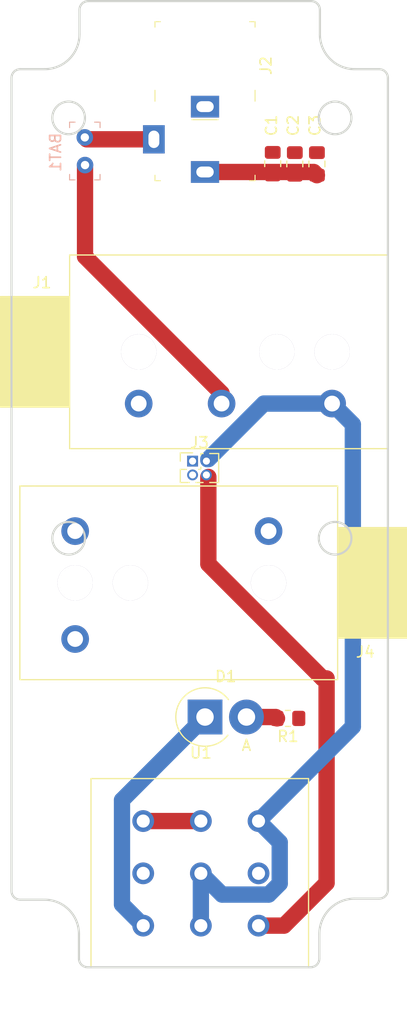
<source format=kicad_pcb>
(kicad_pcb (version 20171130) (host pcbnew 5.1.9)

  (general
    (thickness 1.6)
    (drawings 293)
    (tracks 34)
    (zones 0)
    (modules 11)
    (nets 11)
  )

  (page A4)
  (layers
    (0 F.Cu signal)
    (31 B.Cu signal)
    (32 B.Adhes user)
    (33 F.Adhes user)
    (34 B.Paste user)
    (35 F.Paste user)
    (36 B.SilkS user)
    (37 F.SilkS user)
    (38 B.Mask user)
    (39 F.Mask user)
    (40 Dwgs.User user)
    (41 Cmts.User user)
    (42 Eco1.User user)
    (43 Eco2.User user)
    (44 Edge.Cuts user)
    (45 Margin user)
    (46 B.CrtYd user)
    (47 F.CrtYd user)
    (48 B.Fab user)
    (49 F.Fab user)
  )

  (setup
    (last_trace_width 0.25)
    (user_trace_width 0.75)
    (user_trace_width 1)
    (user_trace_width 1.25)
    (user_trace_width 1.5)
    (trace_clearance 0.2)
    (zone_clearance 0.508)
    (zone_45_only no)
    (trace_min 0.2)
    (via_size 0.8)
    (via_drill 0.4)
    (via_min_size 0.4)
    (via_min_drill 0.3)
    (uvia_size 0.3)
    (uvia_drill 0.1)
    (uvias_allowed no)
    (uvia_min_size 0.2)
    (uvia_min_drill 0.1)
    (edge_width 0.05)
    (segment_width 0.2)
    (pcb_text_width 0.3)
    (pcb_text_size 1.5 1.5)
    (mod_edge_width 0.12)
    (mod_text_size 1 1)
    (mod_text_width 0.15)
    (pad_size 1.524 1.524)
    (pad_drill 0.762)
    (pad_to_mask_clearance 0)
    (aux_axis_origin 0 0)
    (grid_origin 145.3 106.19)
    (visible_elements FFFFFF7F)
    (pcbplotparams
      (layerselection 0x010fc_ffffffff)
      (usegerberextensions false)
      (usegerberattributes true)
      (usegerberadvancedattributes true)
      (creategerberjobfile true)
      (excludeedgelayer true)
      (linewidth 0.100000)
      (plotframeref false)
      (viasonmask false)
      (mode 1)
      (useauxorigin false)
      (hpglpennumber 1)
      (hpglpenspeed 20)
      (hpglpendiameter 15.000000)
      (psnegative false)
      (psa4output false)
      (plotreference true)
      (plotvalue true)
      (plotinvisibletext false)
      (padsonsilk false)
      (subtractmaskfromsilk false)
      (outputformat 1)
      (mirror false)
      (drillshape 1)
      (scaleselection 1)
      (outputdirectory ""))
  )

  (net 0 "")
  (net 1 GND)
  (net 2 +9V)
  (net 3 "Net-(D1-Pad2)")
  (net 4 "Net-(D1-Pad1)")
  (net 5 /SIG_IN)
  (net 6 "Net-(U1-Pad3)")
  (net 7 "Net-(BAT1-PadPOS)")
  (net 8 "Net-(BAT1-PadNEG)")
  (net 9 /EFFECT_OUT)
  (net 10 /SIG_OUT)

  (net_class Default "This is the default net class."
    (clearance 0.2)
    (trace_width 0.25)
    (via_dia 0.8)
    (via_drill 0.4)
    (uvia_dia 0.3)
    (uvia_drill 0.1)
    (add_net +9V)
    (add_net /EFFECT_OUT)
    (add_net /SIG_IN)
    (add_net /SIG_OUT)
    (add_net GND)
    (add_net "Net-(BAT1-PadNEG)")
    (add_net "Net-(BAT1-PadPOS)")
    (add_net "Net-(D1-Pad1)")
    (add_net "Net-(D1-Pad2)")
    (add_net "Net-(U1-Pad3)")
  )

  (module screaming-panda:Barrel_Jack_5.5mmODx2.1mmID_PJ-102A (layer F.Cu) (tedit 600CBCC0) (tstamp 600FC627)
    (at 100.489 68.34)
    (path /6004D058)
    (fp_text reference J2 (at 5.601 -6.77 90) (layer F.SilkS)
      (effects (font (size 1 1) (thickness 0.15)))
    )
    (fp_text value PJ-102A (at 0 5.8) (layer F.Fab)
      (effects (font (size 1 1) (thickness 0.15)))
    )
    (fp_line (start -4.5 3.7) (end 4.5 3.7) (layer F.Fab) (width 0.1))
    (fp_line (start -4.5 3.7) (end -4.5 -10.7) (layer F.Fab) (width 0.1))
    (fp_line (start 4.5 3.7) (end 4.5 -10.7) (layer F.Fab) (width 0.1))
    (fp_line (start -4.5 -10.7) (end 4.5 -10.7) (layer F.Fab) (width 0.1))
    (fp_line (start 4.6 3.8) (end 4.1 3.8) (layer F.SilkS) (width 0.1))
    (fp_line (start 4.6 3.8) (end 4.6 3.3) (layer F.SilkS) (width 0.1))
    (fp_line (start -4.6 3.8) (end -4.1 3.8) (layer F.SilkS) (width 0.1))
    (fp_line (start -4.6 3.8) (end -4.6 3.3) (layer F.SilkS) (width 0.1))
    (fp_line (start -1.2 -1.8) (end 1.2 -1.8) (layer F.SilkS) (width 0.1))
    (fp_line (start -4.6 -10.8) (end -4.6 -10.3) (layer F.SilkS) (width 0.1))
    (fp_line (start -4.6 -10.8) (end -4.1 -10.8) (layer F.SilkS) (width 0.1))
    (fp_line (start 4.6 -10.8) (end 4.1 -10.8) (layer F.SilkS) (width 0.1))
    (fp_line (start 4.6 -10.8) (end 4.6 -10.3) (layer F.SilkS) (width 0.1))
    (fp_line (start -4.6 -3.5) (end -4.6 -4.5) (layer F.SilkS) (width 0.1))
    (fp_line (start 4.6 -3.5) (end 4.6 -4.5) (layer F.SilkS) (width 0.1))
    (fp_line (start -5.9 -10.95) (end 4.8 -10.95) (layer F.CrtYd) (width 0.05))
    (fp_line (start -5.9 -10.95) (end -5.9 4.25) (layer F.CrtYd) (width 0.05))
    (fp_line (start 4.8 -10.95) (end 4.8 4.25) (layer F.CrtYd) (width 0.05))
    (fp_line (start -5.9 4.25) (end 4.8 4.25) (layer F.CrtYd) (width 0.05))
    (pad 2 thru_hole rect (at 0 -3) (size 2.6 2) (drill oval 1.6 1) (layers *.Cu *.Mask)
      (net 2 +9V))
    (pad 1 thru_hole rect (at 0 3) (size 2.6 2) (drill oval 1.6 1) (layers *.Cu *.Mask)
      (net 1 GND))
    (pad 3 thru_hole rect (at -4.7 0) (size 2 2.6) (drill oval 1 1.6) (layers *.Cu *.Mask)
      (net 7 "Net-(BAT1-PadPOS)"))
    (model /home/john/dox/cad/screaming-panda/mcad/step_imports/CUI_DEVICES_PJ-102A.step
      (offset (xyz -0.15 10.75 6))
      (scale (xyz 1 1 1))
      (rotate (xyz -90 0 -90))
    )
  )

  (module DigiKey:PinHeader_1x2_P2.54mm (layer B.Cu) (tedit 600C4BCC) (tstamp 600FC672)
    (at 89.44 68.165 270)
    (path /6004EA9B)
    (fp_text reference BAT1 (at 1.37 2.69 90) (layer B.SilkS)
      (effects (font (size 1 1) (thickness 0.15)) (justify mirror))
    )
    (fp_text value BC9VPC (at 1.26 -2.84 90) (layer B.Fab)
      (effects (font (size 1 1) (thickness 0.15)) (justify mirror))
    )
    (fp_line (start 4.06 -1.52) (end -1.52 -1.52) (layer B.CrtYd) (width 0.05))
    (fp_line (start -1.52 1.52) (end -1.52 -1.52) (layer B.CrtYd) (width 0.05))
    (fp_line (start 4.06 1.52) (end 4.06 -1.52) (layer B.CrtYd) (width 0.05))
    (fp_line (start 4.06 1.52) (end -1.52 1.52) (layer B.CrtYd) (width 0.05))
    (fp_line (start 3.9 -1.4) (end 3.9 -0.9) (layer B.SilkS) (width 0.1))
    (fp_line (start 3.9 -1.4) (end 3.4 -1.4) (layer B.SilkS) (width 0.1))
    (fp_line (start -1.4 -1.4) (end -1.4 -0.9) (layer B.SilkS) (width 0.1))
    (fp_line (start -1.4 -1.4) (end -0.9 -1.4) (layer B.SilkS) (width 0.1))
    (fp_line (start -1.4 1.4) (end -1.4 0.9) (layer B.SilkS) (width 0.1))
    (fp_line (start -1.4 1.4) (end -0.9 1.4) (layer B.SilkS) (width 0.1))
    (fp_line (start 3.9 1.4) (end 3.9 0.9) (layer B.SilkS) (width 0.1))
    (fp_line (start 3.9 1.4) (end 3.4 1.4) (layer B.SilkS) (width 0.1))
    (fp_line (start -1.27 -1.27) (end 3.81 -1.27) (layer B.Fab) (width 0.1))
    (fp_line (start 3.81 -1.27) (end 3.81 1.27) (layer B.Fab) (width 0.1))
    (fp_line (start -1.27 1.27) (end 3.81 1.27) (layer B.Fab) (width 0.1))
    (fp_line (start -1.27 -1.27) (end -1.27 1.27) (layer B.Fab) (width 0.1))
    (fp_text user %R (at 1.2 0 90) (layer B.Fab)
      (effects (font (size 1 1) (thickness 0.15)) (justify mirror))
    )
    (pad NEG thru_hole circle (at 2.54 -0.02 270) (size 1.524 1.524) (drill 0.762) (layers *.Cu *.Mask)
      (net 8 "Net-(BAT1-PadNEG)"))
    (pad POS thru_hole circle (at 0 0 270) (size 1.524 1.524) (drill 0.762) (layers *.Cu *.Mask)
      (net 7 "Net-(BAT1-PadPOS)"))
  )

  (module screaming-panda:SW_PUSH_E-Switch_FS57003PLT_3PDT (layer F.Cu) (tedit 600A5989) (tstamp 600FC6ED)
    (at 100.108 135.729)
    (path /60050042)
    (fp_text reference U1 (at 0 -11.049) (layer F.SilkS)
      (effects (font (size 1 1) (thickness 0.15)))
    )
    (fp_text value FS57003PLT2B2M2QE (at 0.5 13) (layer F.Fab)
      (effects (font (size 1 1) (thickness 0.15)))
    )
    (fp_line (start 9.9 -8.7) (end -10.1 -8.7) (layer F.SilkS) (width 0.12))
    (fp_line (start -10.1 -8.7) (end -10.1 8.6) (layer F.SilkS) (width 0.12))
    (fp_line (start 9.9 8.6) (end 9.9 -8.7) (layer F.SilkS) (width 0.12))
    (fp_line (start 9.9 8.6) (end -10.1 8.6) (layer F.SilkS) (width 0.12))
    (pad 7 thru_hole circle (at 5.3 4.8) (size 2 2) (drill 1.2) (layers *.Cu *.Mask)
      (net 9 /EFFECT_OUT))
    (pad 9 thru_hole circle (at 5.3 -4.8) (size 2 2) (drill 1.2) (layers *.Cu *.Mask)
      (net 5 /SIG_IN))
    (pad 8 thru_hole circle (at 5.3 0) (size 2 2) (drill 1.2) (layers *.Cu *.Mask)
      (net 10 /SIG_OUT))
    (pad 1 thru_hole circle (at -5.3 4.8) (size 2 2) (drill 1.2) (layers *.Cu *.Mask)
      (net 4 "Net-(D1-Pad1)"))
    (pad 3 thru_hole circle (at -5.3 -4.8) (size 2 2) (drill 1.2) (layers *.Cu *.Mask)
      (net 6 "Net-(U1-Pad3)"))
    (pad 2 thru_hole circle (at -5.3 0) (size 2 2) (drill 1.2) (layers *.Cu *.Mask)
      (net 1 GND))
    (pad 4 thru_hole circle (at 0 4.8006) (size 2 2) (drill 1.1938) (layers *.Cu *.Mask)
      (net 5 /SIG_IN))
    (pad 5 thru_hole circle (at 0 0) (size 2 2) (drill 1.1938) (layers *.Cu *.Mask)
      (net 5 /SIG_IN))
    (pad 6 thru_hole circle (at 0 -4.8006) (size 2 2) (drill 1.2) (layers *.Cu *.Mask)
      (net 6 "Net-(U1-Pad3)"))
    (model /home/john/dox/cad/screaming-panda/mcad/step_imports/FS57003PLT2B2M2QE.step
      (at (xyz 0 0 0))
      (scale (xyz 1 1 1))
      (rotate (xyz 0 0 0))
    )
  )

  (module Resistor_SMD:R_0805_2012Metric_Pad1.20x1.40mm_HandSolder (layer F.Cu) (tedit 5F68FEEE) (tstamp 600FC789)
    (at 108.109 121.505 180)
    (descr "Resistor SMD 0805 (2012 Metric), square (rectangular) end terminal, IPC_7351 nominal with elongated pad for handsoldering. (Body size source: IPC-SM-782 page 72, https://www.pcb-3d.com/wordpress/wp-content/uploads/ipc-sm-782a_amendment_1_and_2.pdf), generated with kicad-footprint-generator")
    (tags "resistor handsolder")
    (path /60060421)
    (attr smd)
    (fp_text reference R1 (at 0 -1.65) (layer F.SilkS)
      (effects (font (size 1 1) (thickness 0.15)))
    )
    (fp_text value 1k (at 0 1.65) (layer F.Fab)
      (effects (font (size 1 1) (thickness 0.15)))
    )
    (fp_line (start 1.85 0.95) (end -1.85 0.95) (layer F.CrtYd) (width 0.05))
    (fp_line (start 1.85 -0.95) (end 1.85 0.95) (layer F.CrtYd) (width 0.05))
    (fp_line (start -1.85 -0.95) (end 1.85 -0.95) (layer F.CrtYd) (width 0.05))
    (fp_line (start -1.85 0.95) (end -1.85 -0.95) (layer F.CrtYd) (width 0.05))
    (fp_line (start -0.227064 0.735) (end 0.227064 0.735) (layer F.SilkS) (width 0.12))
    (fp_line (start -0.227064 -0.735) (end 0.227064 -0.735) (layer F.SilkS) (width 0.12))
    (fp_line (start 1 0.625) (end -1 0.625) (layer F.Fab) (width 0.1))
    (fp_line (start 1 -0.625) (end 1 0.625) (layer F.Fab) (width 0.1))
    (fp_line (start -1 -0.625) (end 1 -0.625) (layer F.Fab) (width 0.1))
    (fp_line (start -1 0.625) (end -1 -0.625) (layer F.Fab) (width 0.1))
    (fp_text user %R (at 0 0) (layer F.Fab)
      (effects (font (size 0.5 0.5) (thickness 0.08)))
    )
    (pad 1 smd roundrect (at -1 0 180) (size 1.2 1.4) (layers F.Cu F.Paste F.Mask) (roundrect_rratio 0.208333)
      (net 2 +9V))
    (pad 2 smd roundrect (at 1 0 180) (size 1.2 1.4) (layers F.Cu F.Paste F.Mask) (roundrect_rratio 0.208333)
      (net 3 "Net-(D1-Pad2)"))
    (model ${KISYS3DMOD}/Resistor_SMD.3dshapes/R_0805_2012Metric.wrl
      (at (xyz 0 0 0))
      (scale (xyz 1 1 1))
      (rotate (xyz 0 0 0))
    )
  )

  (module screaming-panda:Switchcraft_SN37A12A (layer F.Cu) (tedit 600A4FE5) (tstamp 600FC7BB)
    (at 106.331 109.059)
    (descr "1/4\" Audio Jack")
    (path /600C0EC5)
    (fp_text reference J4 (at 8.89 6.35) (layer F.SilkS)
      (effects (font (size 1 1) (thickness 0.15)))
    )
    (fp_text value SN37A12A (at -2.54 7.62) (layer F.Fab)
      (effects (font (size 1 1) (thickness 0.15)))
    )
    (fp_poly (pts (xy 12.7 5.08) (xy 6.35 5.08) (xy 6.35 -5.08) (xy 12.7 -5.08)) (layer F.SilkS) (width 0.1))
    (fp_line (start -22.86 -8.89) (end -22.86 -7.62) (layer F.SilkS) (width 0.12))
    (fp_line (start 6.35 -8.89) (end 6.35 -7.62) (layer F.SilkS) (width 0.12))
    (fp_line (start -22.86 8.89) (end -21.59 8.89) (layer F.SilkS) (width 0.12))
    (fp_line (start -22.86 -7.62) (end -22.86 8.89) (layer F.SilkS) (width 0.12))
    (fp_line (start -21.59 -8.89) (end -22.86 -8.89) (layer F.SilkS) (width 0.12))
    (fp_line (start -21.59 8.89) (end 6.35 8.89) (layer F.SilkS) (width 0.12))
    (fp_line (start 6.35 -8.89) (end -21.59 -8.89) (layer F.SilkS) (width 0.12))
    (fp_line (start 6.35 -7.62) (end 6.35 8.89) (layer F.SilkS) (width 0.12))
    (pad "" thru_hole circle (at 0 0) (size 3.2512 3.2512) (drill 3.2512) (layers *.Cu *.Mask))
    (pad "" thru_hole circle (at -12.7 0) (size 3.2512 3.2512) (drill 3.2512) (layers *.Cu *.Mask))
    (pad "" thru_hole circle (at -17.78 0) (size 3.2512 3.2512) (drill 3.2512) (layers *.Cu *.Mask))
    (pad S thru_hole circle (at 0 -4.7498) (size 2.54 2.54) (drill 1.4478) (layers *.Cu *.Mask)
      (net 1 GND))
    (pad T thru_hole circle (at -17.78 -4.7498) (size 2.54 2.54) (drill 1.4478) (layers *.Cu *.Mask)
      (net 10 /SIG_OUT))
    (pad TB thru_hole circle (at -17.78 5.1562) (size 2.54 2.54) (drill 1.4478) (layers *.Cu *.Mask)
      (net 1 GND))
    (model /home/john/dox/cad/screaming-panda/mcad/step_imports/SN37A12A_FreeState.step
      (offset (xyz 5.2832 0 8.890000000000001))
      (scale (xyz 1 1 1))
      (rotate (xyz -90 0 0))
    )
  )

  (module Connector_PinHeader_1.27mm:PinHeader_2x02_P1.27mm_Vertical (layer F.Cu) (tedit 59FED6E3) (tstamp 600FC7FD)
    (at 99.346 97.883)
    (descr "Through hole straight pin header, 2x02, 1.27mm pitch, double rows")
    (tags "Through hole pin header THT 2x02 1.27mm double row")
    (path /6005B68B)
    (fp_text reference J3 (at 0.635 -1.695) (layer F.SilkS)
      (effects (font (size 1 1) (thickness 0.15)))
    )
    (fp_text value toEffectsBoard (at -7.493 -0.381) (layer F.Fab)
      (effects (font (size 1 1) (thickness 0.15)))
    )
    (fp_line (start 2.85 -1.15) (end -1.6 -1.15) (layer F.CrtYd) (width 0.05))
    (fp_line (start 2.85 2.45) (end 2.85 -1.15) (layer F.CrtYd) (width 0.05))
    (fp_line (start -1.6 2.45) (end 2.85 2.45) (layer F.CrtYd) (width 0.05))
    (fp_line (start -1.6 -1.15) (end -1.6 2.45) (layer F.CrtYd) (width 0.05))
    (fp_line (start -1.13 -0.76) (end 0 -0.76) (layer F.SilkS) (width 0.12))
    (fp_line (start -1.13 0) (end -1.13 -0.76) (layer F.SilkS) (width 0.12))
    (fp_line (start 1.57753 -0.695) (end 2.4 -0.695) (layer F.SilkS) (width 0.12))
    (fp_line (start 0.76 -0.695) (end 0.96247 -0.695) (layer F.SilkS) (width 0.12))
    (fp_line (start 0.76 -0.563471) (end 0.76 -0.695) (layer F.SilkS) (width 0.12))
    (fp_line (start 0.76 0.706529) (end 0.76 0.563471) (layer F.SilkS) (width 0.12))
    (fp_line (start 0.563471 0.76) (end 0.706529 0.76) (layer F.SilkS) (width 0.12))
    (fp_line (start -1.13 0.76) (end -0.563471 0.76) (layer F.SilkS) (width 0.12))
    (fp_line (start 2.4 -0.695) (end 2.4 1.965) (layer F.SilkS) (width 0.12))
    (fp_line (start -1.13 0.76) (end -1.13 1.965) (layer F.SilkS) (width 0.12))
    (fp_line (start 0.30753 1.965) (end 0.96247 1.965) (layer F.SilkS) (width 0.12))
    (fp_line (start 1.57753 1.965) (end 2.4 1.965) (layer F.SilkS) (width 0.12))
    (fp_line (start -1.13 1.965) (end -0.30753 1.965) (layer F.SilkS) (width 0.12))
    (fp_line (start -1.07 0.2175) (end -0.2175 -0.635) (layer F.Fab) (width 0.1))
    (fp_line (start -1.07 1.905) (end -1.07 0.2175) (layer F.Fab) (width 0.1))
    (fp_line (start 2.34 1.905) (end -1.07 1.905) (layer F.Fab) (width 0.1))
    (fp_line (start 2.34 -0.635) (end 2.34 1.905) (layer F.Fab) (width 0.1))
    (fp_line (start -0.2175 -0.635) (end 2.34 -0.635) (layer F.Fab) (width 0.1))
    (fp_text user %R (at 0.635 0.635 90) (layer F.Fab)
      (effects (font (size 1 1) (thickness 0.15)))
    )
    (pad 1 thru_hole rect (at 0 0) (size 1 1) (drill 0.65) (layers *.Cu *.Mask)
      (net 2 +9V))
    (pad 2 thru_hole oval (at 1.27 0) (size 1 1) (drill 0.65) (layers *.Cu *.Mask)
      (net 5 /SIG_IN))
    (pad 3 thru_hole oval (at 0 1.27) (size 1 1) (drill 0.65) (layers *.Cu *.Mask)
      (net 1 GND))
    (pad 4 thru_hole oval (at 1.27 1.27) (size 1 1) (drill 0.65) (layers *.Cu *.Mask)
      (net 9 /EFFECT_OUT))
    (model ${KISYS3DMOD}/Connector_PinHeader_1.27mm.3dshapes/PinHeader_2x02_P1.27mm_Vertical.wrl
      (at (xyz 0 0 0))
      (scale (xyz 1 1 1))
      (rotate (xyz 0 0 0))
    )
  )

  (module screaming-panda:Switchcraft_SN37A12B (layer F.Cu) (tedit 600A5C40) (tstamp 600FC47D)
    (at 94.393 87.85 180)
    (descr "1/4\" Audio Jack")
    (path /600A9C33)
    (fp_text reference J1 (at 8.89 6.35 180) (layer F.SilkS)
      (effects (font (size 1 1) (thickness 0.15)))
    )
    (fp_text value SN37A12B (at -2.54 7.62) (layer F.Fab)
      (effects (font (size 1 1) (thickness 0.15)))
    )
    (fp_poly (pts (xy 12.7 5.08) (xy 6.35 5.08) (xy 6.35 -5.08) (xy 12.7 -5.08)) (layer F.SilkS) (width 0.1))
    (fp_line (start -22.86 -8.89) (end -22.86 -7.62) (layer F.SilkS) (width 0.12))
    (fp_line (start 6.35 -8.89) (end 6.35 -7.62) (layer F.SilkS) (width 0.12))
    (fp_line (start -22.86 8.89) (end -21.59 8.89) (layer F.SilkS) (width 0.12))
    (fp_line (start -22.86 -7.62) (end -22.86 8.89) (layer F.SilkS) (width 0.12))
    (fp_line (start -21.59 -8.89) (end -22.86 -8.89) (layer F.SilkS) (width 0.12))
    (fp_line (start -21.59 8.89) (end 6.35 8.89) (layer F.SilkS) (width 0.12))
    (fp_line (start 6.35 -8.89) (end -21.59 -8.89) (layer F.SilkS) (width 0.12))
    (fp_line (start 6.35 -7.62) (end 6.35 8.89) (layer F.SilkS) (width 0.12))
    (pad "" thru_hole circle (at 0 0 180) (size 3.2512 3.2512) (drill 3.2512) (layers *.Cu *.Mask))
    (pad "" thru_hole circle (at -12.7 0 180) (size 3.2512 3.2512) (drill 3.2512) (layers *.Cu *.Mask))
    (pad "" thru_hole circle (at -17.78 0 180) (size 3.2512 3.2512) (drill 3.2512) (layers *.Cu *.Mask))
    (pad S thru_hole circle (at 0 -4.7498 180) (size 2.54 2.54) (drill 1.4478) (layers *.Cu *.Mask)
      (net 1 GND))
    (pad T thru_hole circle (at -17.78 -4.7498 180) (size 2.54 2.54) (drill 1.4478) (layers *.Cu *.Mask)
      (net 5 /SIG_IN))
    (pad R thru_hole circle (at -7.62 -4.7498 180) (size 2.54 2.54) (drill 1.4478) (layers *.Cu *.Mask)
      (net 8 "Net-(BAT1-PadNEG)"))
    (model /home/john/dox/cad/screaming-panda/mcad/step_imports/SN37A12B_FreeState.step
      (offset (xyz 5.2832 0 8.890000000000001))
      (scale (xyz 1 1 1))
      (rotate (xyz -90 0 0))
    )
  )

  (module Diode_THT:D_DO-201AD_P3.81mm_Vertical_AnodeUp (layer F.Cu) (tedit 5B526DD5) (tstamp 600FC74F)
    (at 100.489 121.378)
    (descr "Diode, DO-201AD series, Axial, Vertical, pin pitch=3.81mm, , length*diameter=9.5*5.2mm^2, , http://www.diodes.com/_files/packages/DO-201AD.pdf")
    (tags "Diode DO-201AD series Axial Vertical pin pitch 3.81mm  length 9.5mm diameter 5.2mm")
    (path /6005DA24)
    (fp_text reference D1 (at 1.905 -3.72) (layer F.SilkS)
      (effects (font (size 1 1) (thickness 0.15)))
    )
    (fp_text value LED (at 1.905 5.0535) (layer F.Fab)
      (effects (font (size 1 1) (thickness 0.15)))
    )
    (fp_circle (center 0 0) (end 2.6 0) (layer F.Fab) (width 0.1))
    (fp_line (start 0 0) (end 3.81 0) (layer F.Fab) (width 0.1))
    (fp_line (start -2.85 -2.85) (end -2.85 2.85) (layer F.CrtYd) (width 0.05))
    (fp_line (start -2.85 2.85) (end 5.66 2.85) (layer F.CrtYd) (width 0.05))
    (fp_line (start 5.66 2.85) (end 5.66 -2.85) (layer F.CrtYd) (width 0.05))
    (fp_line (start 5.66 -2.85) (end -2.85 -2.85) (layer F.CrtYd) (width 0.05))
    (fp_text user A (at 3.81 2.6) (layer F.SilkS)
      (effects (font (size 1 1) (thickness 0.15)))
    )
    (fp_text user A (at 3.81 2.6) (layer F.Fab)
      (effects (font (size 1 1) (thickness 0.15)))
    )
    (fp_text user %R (at 1.905 -3.72) (layer F.Fab)
      (effects (font (size 1 1) (thickness 0.15)))
    )
    (fp_arc (start 0 0) (end 2.154716 -1.6) (angle -284.776236) (layer F.SilkS) (width 0.12))
    (pad 2 thru_hole oval (at 3.81 0) (size 3.2 3.2) (drill 1.6) (layers *.Cu *.Mask)
      (net 3 "Net-(D1-Pad2)"))
    (pad 1 thru_hole rect (at 0 0) (size 3.2 3.2) (drill 1.6) (layers *.Cu *.Mask)
      (net 4 "Net-(D1-Pad1)"))
    (model ${KISYS3DMOD}/Diode_THT.3dshapes/D_DO-201AD_P3.81mm_Vertical_AnodeUp.wrl
      (at (xyz 0 0 0))
      (scale (xyz 1 1 1))
      (rotate (xyz 0 0 0))
    )
  )

  (module Capacitor_SMD:C_0805_2012Metric_Pad1.18x1.45mm_HandSolder (layer F.Cu) (tedit 5F68FEEF) (tstamp 600FC6B1)
    (at 110.776 70.5995 270)
    (descr "Capacitor SMD 0805 (2012 Metric), square (rectangular) end terminal, IPC_7351 nominal with elongated pad for handsoldering. (Body size source: IPC-SM-782 page 76, https://www.pcb-3d.com/wordpress/wp-content/uploads/ipc-sm-782a_amendment_1_and_2.pdf, https://docs.google.com/spreadsheets/d/1BsfQQcO9C6DZCsRaXUlFlo91Tg2WpOkGARC1WS5S8t0/edit?usp=sharing), generated with kicad-footprint-generator")
    (tags "capacitor handsolder")
    (path /6007DEEA)
    (attr smd)
    (fp_text reference C3 (at -3.5295 0.186 270) (layer F.SilkS)
      (effects (font (size 1 1) (thickness 0.15)))
    )
    (fp_text value 10n (at 0 1.68 90) (layer F.Fab)
      (effects (font (size 1 1) (thickness 0.15)))
    )
    (fp_line (start -1 0.625) (end -1 -0.625) (layer F.Fab) (width 0.1))
    (fp_line (start -1 -0.625) (end 1 -0.625) (layer F.Fab) (width 0.1))
    (fp_line (start 1 -0.625) (end 1 0.625) (layer F.Fab) (width 0.1))
    (fp_line (start 1 0.625) (end -1 0.625) (layer F.Fab) (width 0.1))
    (fp_line (start -0.261252 -0.735) (end 0.261252 -0.735) (layer F.SilkS) (width 0.12))
    (fp_line (start -0.261252 0.735) (end 0.261252 0.735) (layer F.SilkS) (width 0.12))
    (fp_line (start -1.88 0.98) (end -1.88 -0.98) (layer F.CrtYd) (width 0.05))
    (fp_line (start -1.88 -0.98) (end 1.88 -0.98) (layer F.CrtYd) (width 0.05))
    (fp_line (start 1.88 -0.98) (end 1.88 0.98) (layer F.CrtYd) (width 0.05))
    (fp_line (start 1.88 0.98) (end -1.88 0.98) (layer F.CrtYd) (width 0.05))
    (fp_text user %R (at 0 0 90) (layer F.Fab)
      (effects (font (size 0.5 0.5) (thickness 0.08)))
    )
    (pad 2 smd roundrect (at 1.0375 0 270) (size 1.175 1.45) (layers F.Cu F.Paste F.Mask) (roundrect_rratio 0.212766)
      (net 1 GND))
    (pad 1 smd roundrect (at -1.0375 0 270) (size 1.175 1.45) (layers F.Cu F.Paste F.Mask) (roundrect_rratio 0.212766)
      (net 2 +9V))
    (model ${KISYS3DMOD}/Capacitor_SMD.3dshapes/C_0805_2012Metric.wrl
      (at (xyz 0 0 0))
      (scale (xyz 1 1 1))
      (rotate (xyz 0 0 0))
    )
  )

  (module Capacitor_SMD:C_0805_2012Metric_Pad1.18x1.45mm_HandSolder (layer F.Cu) (tedit 5F68FEEF) (tstamp 600FC5BE)
    (at 108.744 70.5995 270)
    (descr "Capacitor SMD 0805 (2012 Metric), square (rectangular) end terminal, IPC_7351 nominal with elongated pad for handsoldering. (Body size source: IPC-SM-782 page 76, https://www.pcb-3d.com/wordpress/wp-content/uploads/ipc-sm-782a_amendment_1_and_2.pdf, https://docs.google.com/spreadsheets/d/1BsfQQcO9C6DZCsRaXUlFlo91Tg2WpOkGARC1WS5S8t0/edit?usp=sharing), generated with kicad-footprint-generator")
    (tags "capacitor handsolder")
    (path /6007D7B6)
    (attr smd)
    (fp_text reference C2 (at -3.5295 0.154 90) (layer F.SilkS)
      (effects (font (size 1 1) (thickness 0.15)))
    )
    (fp_text value 1u (at 0 1.68 90) (layer F.Fab)
      (effects (font (size 1 1) (thickness 0.15)))
    )
    (fp_line (start -1 0.625) (end -1 -0.625) (layer F.Fab) (width 0.1))
    (fp_line (start -1 -0.625) (end 1 -0.625) (layer F.Fab) (width 0.1))
    (fp_line (start 1 -0.625) (end 1 0.625) (layer F.Fab) (width 0.1))
    (fp_line (start 1 0.625) (end -1 0.625) (layer F.Fab) (width 0.1))
    (fp_line (start -0.261252 -0.735) (end 0.261252 -0.735) (layer F.SilkS) (width 0.12))
    (fp_line (start -0.261252 0.735) (end 0.261252 0.735) (layer F.SilkS) (width 0.12))
    (fp_line (start -1.88 0.98) (end -1.88 -0.98) (layer F.CrtYd) (width 0.05))
    (fp_line (start -1.88 -0.98) (end 1.88 -0.98) (layer F.CrtYd) (width 0.05))
    (fp_line (start 1.88 -0.98) (end 1.88 0.98) (layer F.CrtYd) (width 0.05))
    (fp_line (start 1.88 0.98) (end -1.88 0.98) (layer F.CrtYd) (width 0.05))
    (fp_text user %R (at 0 0 90) (layer F.Fab)
      (effects (font (size 0.5 0.5) (thickness 0.08)))
    )
    (pad 2 smd roundrect (at 1.0375 0 270) (size 1.175 1.45) (layers F.Cu F.Paste F.Mask) (roundrect_rratio 0.212766)
      (net 1 GND))
    (pad 1 smd roundrect (at -1.0375 0 270) (size 1.175 1.45) (layers F.Cu F.Paste F.Mask) (roundrect_rratio 0.212766)
      (net 2 +9V))
    (model ${KISYS3DMOD}/Capacitor_SMD.3dshapes/C_0805_2012Metric.wrl
      (at (xyz 0 0 0))
      (scale (xyz 1 1 1))
      (rotate (xyz 0 0 0))
    )
  )

  (module Capacitor_SMD:C_0805_2012Metric_Pad1.18x1.45mm_HandSolder (layer F.Cu) (tedit 5F68FEEF) (tstamp 600FC720)
    (at 106.712 70.578 270)
    (descr "Capacitor SMD 0805 (2012 Metric), square (rectangular) end terminal, IPC_7351 nominal with elongated pad for handsoldering. (Body size source: IPC-SM-782 page 76, https://www.pcb-3d.com/wordpress/wp-content/uploads/ipc-sm-782a_amendment_1_and_2.pdf, https://docs.google.com/spreadsheets/d/1BsfQQcO9C6DZCsRaXUlFlo91Tg2WpOkGARC1WS5S8t0/edit?usp=sharing), generated with kicad-footprint-generator")
    (tags "capacitor handsolder")
    (path /6007C41E)
    (attr smd)
    (fp_text reference C1 (at -3.508 0.122 90) (layer F.SilkS)
      (effects (font (size 1 1) (thickness 0.15)))
    )
    (fp_text value 100u (at 0 1.68 90) (layer F.Fab)
      (effects (font (size 1 1) (thickness 0.15)))
    )
    (fp_line (start -1 0.625) (end -1 -0.625) (layer F.Fab) (width 0.1))
    (fp_line (start -1 -0.625) (end 1 -0.625) (layer F.Fab) (width 0.1))
    (fp_line (start 1 -0.625) (end 1 0.625) (layer F.Fab) (width 0.1))
    (fp_line (start 1 0.625) (end -1 0.625) (layer F.Fab) (width 0.1))
    (fp_line (start -0.261252 -0.735) (end 0.261252 -0.735) (layer F.SilkS) (width 0.12))
    (fp_line (start -0.261252 0.735) (end 0.261252 0.735) (layer F.SilkS) (width 0.12))
    (fp_line (start -1.88 0.98) (end -1.88 -0.98) (layer F.CrtYd) (width 0.05))
    (fp_line (start -1.88 -0.98) (end 1.88 -0.98) (layer F.CrtYd) (width 0.05))
    (fp_line (start 1.88 -0.98) (end 1.88 0.98) (layer F.CrtYd) (width 0.05))
    (fp_line (start 1.88 0.98) (end -1.88 0.98) (layer F.CrtYd) (width 0.05))
    (fp_text user %R (at 0 0 90) (layer F.Fab)
      (effects (font (size 0.5 0.5) (thickness 0.08)))
    )
    (pad 2 smd roundrect (at 1.0375 0 270) (size 1.175 1.45) (layers F.Cu F.Paste F.Mask) (roundrect_rratio 0.212766)
      (net 1 GND))
    (pad 1 smd roundrect (at -1.0375 0 270) (size 1.175 1.45) (layers F.Cu F.Paste F.Mask) (roundrect_rratio 0.212766)
      (net 2 +9V))
    (model ${KISYS3DMOD}/Capacitor_SMD.3dshapes/C_0805_2012Metric.wrl
      (at (xyz 0 0 0))
      (scale (xyz 1 1 1))
      (rotate (xyz 0 0 0))
    )
  )

  (gr_arc (start 114.25 58.7) (end 111.05 58.7) (angle -90) (layer Edge.Cuts) (width 0.2))
  (gr_line (start 116.500342 61.9) (end 114.249999 61.9) (layer Edge.Cuts) (width 0.2))
  (gr_circle (center 87.952372 104.965253) (end 89.452372 104.965253) (layer Edge.Cuts) (width 0.2))
  (gr_curve (pts (xy 117.284667 62.543764) (xy 117.294845 62.595024) (xy 117.299999 62.647337) (xy 117.299999 62.699657)) (layer Edge.Cuts) (width 0.2))
  (gr_curve (pts (xy 117.239208 62.393747) (xy 117.259234 62.442122) (xy 117.274472 62.492415) (xy 117.284667 62.543764)) (layer Edge.Cuts) (width 0.2))
  (gr_curve (pts (xy 117.165277 62.255365) (xy 117.194365 62.298914) (xy 117.219181 62.345372) (xy 117.239208 62.393747)) (layer Edge.Cuts) (width 0.2))
  (gr_curve (pts (xy 117.065827 62.134172) (xy 117.102828 62.171173) (xy 117.136188 62.211815) (xy 117.165277 62.255365)) (layer Edge.Cuts) (width 0.2))
  (gr_curve (pts (xy 116.944634 62.034722) (xy 116.988184 62.063811) (xy 117.028826 62.097171) (xy 117.065827 62.134172)) (layer Edge.Cuts) (width 0.2))
  (gr_curve (pts (xy 116.806252 61.960791) (xy 116.854627 61.980818) (xy 116.901085 62.005634) (xy 116.944634 62.034722)) (layer Edge.Cuts) (width 0.2))
  (gr_curve (pts (xy 116.656235 61.915332) (xy 116.707584 61.925527) (xy 116.757877 61.940765) (xy 116.806252 61.960791)) (layer Edge.Cuts) (width 0.2))
  (gr_curve (pts (xy 116.500342 61.9) (xy 116.552662 61.9) (xy 116.604975 61.905154) (xy 116.656235 61.915332)) (layer Edge.Cuts) (width 0.2))
  (gr_circle (center 87.952372 66.373452) (end 89.452372 66.373452) (layer Edge.Cuts) (width 0.2))
  (gr_line (start 117.299999 137.250342) (end 117.3 62.699657) (layer Edge.Cuts) (width 0.2) (tstamp 600FBC70))
  (gr_curve (pts (xy 116.656235 138.034667) (xy 116.604975 138.044845) (xy 116.552662 138.049999) (xy 116.500342 138.049999)) (layer Edge.Cuts) (width 0.2))
  (gr_curve (pts (xy 116.806252 137.989208) (xy 116.757877 138.009234) (xy 116.707584 138.024472) (xy 116.656235 138.034667)) (layer Edge.Cuts) (width 0.2))
  (gr_curve (pts (xy 116.944634 137.915277) (xy 116.901085 137.944365) (xy 116.854627 137.969181) (xy 116.806252 137.989208)) (layer Edge.Cuts) (width 0.2))
  (gr_curve (pts (xy 117.065827 137.815827) (xy 117.028826 137.852828) (xy 116.988184 137.886188) (xy 116.944634 137.915277)) (layer Edge.Cuts) (width 0.2))
  (gr_curve (pts (xy 117.165277 137.694634) (xy 117.136188 137.738184) (xy 117.102828 137.778826) (xy 117.065827 137.815827)) (layer Edge.Cuts) (width 0.2))
  (gr_curve (pts (xy 117.239208 137.556252) (xy 117.219181 137.604627) (xy 117.194365 137.651085) (xy 117.165277 137.694634)) (layer Edge.Cuts) (width 0.2))
  (gr_curve (pts (xy 117.284667 137.406235) (xy 117.274472 137.457584) (xy 117.259234 137.507877) (xy 117.239208 137.556252)) (layer Edge.Cuts) (width 0.2))
  (gr_curve (pts (xy 117.299999 137.250342) (xy 117.299999 137.302662) (xy 117.294845 137.354975) (xy 117.284667 137.406235)) (layer Edge.Cuts) (width 0.2))
  (gr_line (start 114.25 138.05) (end 116.500342 138.05) (layer Edge.Cuts) (width 0.2))
  (gr_arc (start 114.25 141.3) (end 114.25 138.05) (angle -90) (layer Edge.Cuts) (width 0.2))
  (gr_line (start 111 143.550342) (end 111 141.3) (layer Edge.Cuts) (width 0.2))
  (gr_curve (pts (xy 110.356235 144.334667) (xy 110.304975 144.344845) (xy 110.252662 144.349999) (xy 110.200342 144.349999)) (layer Edge.Cuts) (width 0.2))
  (gr_curve (pts (xy 110.506252 144.289208) (xy 110.457877 144.309234) (xy 110.407584 144.324472) (xy 110.356235 144.334667)) (layer Edge.Cuts) (width 0.2))
  (gr_curve (pts (xy 110.644634 144.215277) (xy 110.601085 144.244365) (xy 110.554627 144.269181) (xy 110.506252 144.289208)) (layer Edge.Cuts) (width 0.2))
  (gr_curve (pts (xy 110.765827 144.115827) (xy 110.728826 144.152828) (xy 110.688184 144.186188) (xy 110.644634 144.215277)) (layer Edge.Cuts) (width 0.2))
  (gr_curve (pts (xy 110.865277 143.994634) (xy 110.836188 144.038184) (xy 110.802828 144.078826) (xy 110.765827 144.115827)) (layer Edge.Cuts) (width 0.2))
  (gr_curve (pts (xy 110.939208 143.856252) (xy 110.919181 143.904627) (xy 110.894365 143.951085) (xy 110.865277 143.994634)) (layer Edge.Cuts) (width 0.2))
  (gr_curve (pts (xy 110.984667 143.706235) (xy 110.974472 143.757584) (xy 110.959234 143.807877) (xy 110.939208 143.856252)) (layer Edge.Cuts) (width 0.2))
  (gr_curve (pts (xy 110.999999 143.550342) (xy 110.999999 143.602662) (xy 110.994845 143.654975) (xy 110.984667 143.706235)) (layer Edge.Cuts) (width 0.2))
  (gr_line (start 89.699657 144.35) (end 110.200342 144.35) (layer Edge.Cuts) (width 0.2))
  (gr_curve (pts (xy 82.715332 137.506235) (xy 82.705154 137.454975) (xy 82.7 137.402662) (xy 82.7 137.350342)) (layer Edge.Cuts) (width 0.2))
  (gr_curve (pts (xy 82.760791 137.656252) (xy 82.740765 137.607877) (xy 82.725527 137.557584) (xy 82.715332 137.506235)) (layer Edge.Cuts) (width 0.2))
  (gr_curve (pts (xy 82.834722 137.794634) (xy 82.805634 137.751085) (xy 82.780818 137.704627) (xy 82.760791 137.656252)) (layer Edge.Cuts) (width 0.2))
  (gr_curve (pts (xy 82.934172 137.915827) (xy 82.897171 137.878826) (xy 82.863811 137.838184) (xy 82.834722 137.794634)) (layer Edge.Cuts) (width 0.2))
  (gr_curve (pts (xy 83.055365 138.015277) (xy 83.011815 137.986188) (xy 82.971173 137.952828) (xy 82.934172 137.915827)) (layer Edge.Cuts) (width 0.2))
  (gr_curve (pts (xy 83.193747 138.089208) (xy 83.145372 138.069181) (xy 83.098914 138.044365) (xy 83.055365 138.015277)) (layer Edge.Cuts) (width 0.2))
  (gr_curve (pts (xy 83.343764 138.134667) (xy 83.292415 138.124472) (xy 83.242122 138.109234) (xy 83.193747 138.089208)) (layer Edge.Cuts) (width 0.2))
  (gr_curve (pts (xy 83.499657 138.149999) (xy 83.447337 138.149999) (xy 83.395024 138.144845) (xy 83.343764 138.134667)) (layer Edge.Cuts) (width 0.2))
  (gr_circle (center 112.447627 66.373452) (end 113.947627 66.373452) (layer Edge.Cuts) (width 0.2))
  (gr_line (start 82.699999 62.699657) (end 82.7 137.350342) (layer Edge.Cuts) (width 0.2))
  (gr_line (start 83.499657 138.15) (end 85.75 138.15) (layer Edge.Cuts) (width 0.2))
  (gr_arc (start 85.75 141.3) (end 88.9 141.3) (angle -90) (layer Edge.Cuts) (width 0.2))
  (gr_line (start 88.899999 141.3) (end 88.899999 143.550342) (layer Edge.Cuts) (width 0.2))
  (gr_curve (pts (xy 88.915332 143.706235) (xy 88.905154 143.654975) (xy 88.9 143.602662) (xy 88.9 143.550342)) (layer Edge.Cuts) (width 0.2))
  (gr_curve (pts (xy 88.960791 143.856252) (xy 88.940765 143.807877) (xy 88.925527 143.757584) (xy 88.915332 143.706235)) (layer Edge.Cuts) (width 0.2))
  (gr_curve (pts (xy 89.034722 143.994634) (xy 89.005634 143.951085) (xy 88.980818 143.904627) (xy 88.960791 143.856252)) (layer Edge.Cuts) (width 0.2))
  (gr_curve (pts (xy 89.134172 144.115827) (xy 89.097171 144.078826) (xy 89.063811 144.038184) (xy 89.034722 143.994634)) (layer Edge.Cuts) (width 0.2))
  (gr_curve (pts (xy 89.255365 144.215277) (xy 89.211815 144.186188) (xy 89.171173 144.152828) (xy 89.134172 144.115827)) (layer Edge.Cuts) (width 0.2))
  (gr_curve (pts (xy 89.393747 144.289208) (xy 89.345372 144.269181) (xy 89.298914 144.244365) (xy 89.255365 144.215277)) (layer Edge.Cuts) (width 0.2))
  (gr_curve (pts (xy 89.543764 144.334667) (xy 89.492415 144.324472) (xy 89.442122 144.309234) (xy 89.393747 144.289208)) (layer Edge.Cuts) (width 0.2))
  (gr_curve (pts (xy 89.699657 144.349999) (xy 89.647337 144.349999) (xy 89.595024 144.344845) (xy 89.543764 144.334667)) (layer Edge.Cuts) (width 0.2))
  (gr_line (start 111.05 58.7) (end 111.05 56.449657) (layer Edge.Cuts) (width 0.2))
  (gr_curve (pts (xy 111.034667 56.293764) (xy 111.044845 56.345024) (xy 111.049999 56.397337) (xy 111.049999 56.449657)) (layer Edge.Cuts) (width 0.2))
  (gr_curve (pts (xy 110.989208 56.143747) (xy 111.009234 56.192122) (xy 111.024472 56.242415) (xy 111.034667 56.293764)) (layer Edge.Cuts) (width 0.2))
  (gr_curve (pts (xy 110.915277 56.005365) (xy 110.944365 56.048914) (xy 110.969181 56.095372) (xy 110.989208 56.143747)) (layer Edge.Cuts) (width 0.2))
  (gr_curve (pts (xy 110.815827 55.884172) (xy 110.852828 55.921173) (xy 110.886188 55.961815) (xy 110.915277 56.005365)) (layer Edge.Cuts) (width 0.2))
  (gr_curve (pts (xy 110.694634 55.784722) (xy 110.738184 55.813811) (xy 110.778826 55.847171) (xy 110.815827 55.884172)) (layer Edge.Cuts) (width 0.2))
  (gr_curve (pts (xy 110.556252 55.710791) (xy 110.604627 55.730818) (xy 110.651085 55.755634) (xy 110.694634 55.784722)) (layer Edge.Cuts) (width 0.2))
  (gr_curve (pts (xy 110.406235 55.665332) (xy 110.457584 55.675527) (xy 110.507877 55.690765) (xy 110.556252 55.710791)) (layer Edge.Cuts) (width 0.2))
  (gr_curve (pts (xy 110.250342 55.65) (xy 110.302662 55.65) (xy 110.354975 55.655154) (xy 110.406235 55.665332)) (layer Edge.Cuts) (width 0.2))
  (gr_line (start 110.250342 55.65) (end 89.749657 55.65) (layer Edge.Cuts) (width 0.2))
  (gr_circle (center 112.447627 104.965253) (end 113.947627 104.965253) (layer Edge.Cuts) (width 0.2))
  (gr_curve (pts (xy 89.593764 55.665332) (xy 89.645024 55.655154) (xy 89.697337 55.65) (xy 89.749657 55.65)) (layer Edge.Cuts) (width 0.2))
  (gr_curve (pts (xy 89.443747 55.710791) (xy 89.492122 55.690765) (xy 89.542415 55.675527) (xy 89.593764 55.665332)) (layer Edge.Cuts) (width 0.2))
  (gr_curve (pts (xy 89.305365 55.784722) (xy 89.348914 55.755634) (xy 89.395372 55.730818) (xy 89.443747 55.710791)) (layer Edge.Cuts) (width 0.2))
  (gr_curve (pts (xy 89.184172 55.884172) (xy 89.221173 55.847171) (xy 89.261815 55.813811) (xy 89.305365 55.784722)) (layer Edge.Cuts) (width 0.2))
  (gr_curve (pts (xy 89.084722 56.005365) (xy 89.113811 55.961815) (xy 89.147171 55.921173) (xy 89.184172 55.884172)) (layer Edge.Cuts) (width 0.2))
  (gr_curve (pts (xy 89.010791 56.143747) (xy 89.030818 56.095372) (xy 89.055634 56.048914) (xy 89.084722 56.005365)) (layer Edge.Cuts) (width 0.2))
  (gr_curve (pts (xy 88.965332 56.293764) (xy 88.975527 56.242415) (xy 88.990765 56.192122) (xy 89.010791 56.143747)) (layer Edge.Cuts) (width 0.2))
  (gr_curve (pts (xy 88.95 56.449657) (xy 88.95 56.397337) (xy 88.955154 56.345024) (xy 88.965332 56.293764)) (layer Edge.Cuts) (width 0.2))
  (gr_line (start 88.95 56.449657) (end 88.95 58.7) (layer Edge.Cuts) (width 0.2))
  (gr_arc (start 85.75 58.7) (end 85.75 61.9) (angle -90) (layer Edge.Cuts) (width 0.2))
  (gr_line (start 85.75 61.9) (end 83.499657 61.9) (layer Edge.Cuts) (width 0.2))
  (gr_curve (pts (xy 83.343764 61.915332) (xy 83.395024 61.905154) (xy 83.447337 61.9) (xy 83.499657 61.9)) (layer Edge.Cuts) (width 0.2))
  (gr_curve (pts (xy 83.193747 61.960791) (xy 83.242122 61.940765) (xy 83.292415 61.925527) (xy 83.343764 61.915332)) (layer Edge.Cuts) (width 0.2))
  (gr_curve (pts (xy 83.055365 62.034722) (xy 83.098914 62.005634) (xy 83.145372 61.980818) (xy 83.193747 61.960791)) (layer Edge.Cuts) (width 0.2))
  (gr_curve (pts (xy 82.934172 62.134172) (xy 82.971173 62.097171) (xy 83.011815 62.063811) (xy 83.055365 62.034722)) (layer Edge.Cuts) (width 0.2))
  (gr_curve (pts (xy 82.834722 62.255365) (xy 82.863811 62.211815) (xy 82.897171 62.171173) (xy 82.934172 62.134172)) (layer Edge.Cuts) (width 0.2))
  (gr_curve (pts (xy 82.760791 62.393747) (xy 82.780818 62.345372) (xy 82.805634 62.298914) (xy 82.834722 62.255365)) (layer Edge.Cuts) (width 0.2))
  (gr_curve (pts (xy 82.715332 62.543764) (xy 82.725527 62.492415) (xy 82.740765 62.442122) (xy 82.760791 62.393747)) (layer Edge.Cuts) (width 0.2))
  (gr_curve (pts (xy 82.7 62.699657) (xy 82.7 62.647337) (xy 82.705154 62.595024) (xy 82.715332 62.543764)) (layer Edge.Cuts) (width 0.2))
  (gr_line (start 87.3 122.839369) (end 88.6 122.839369) (layer Dwgs.User) (width 0.2))
  (gr_line (start 88.6 122.839369) (end 88.6 123.085523) (layer Dwgs.User) (width 0.2))
  (gr_line (start 88.6 123.639369) (end 88.6 123.239369) (layer Dwgs.User) (width 0.2))
  (gr_line (start 87.95 123.639369) (end 88.599999 123.639369) (layer Dwgs.User) (width 0.2))
  (gr_line (start 87.3 123.639369) (end 87.95 123.639369) (layer Dwgs.User) (width 0.2))
  (gr_line (start 104.8 140.100372) (end 105.8 140.100372) (layer Dwgs.User) (width 0.2))
  (gr_line (start 104.8 140.850372) (end 104.8 140.100372) (layer Dwgs.User) (width 0.2))
  (gr_line (start 105.8 140.850372) (end 104.8 140.850372) (layer Dwgs.User) (width 0.2))
  (gr_line (start 105.8 140.100372) (end 105.8 140.850372) (layer Dwgs.User) (width 0.2))
  (gr_line (start 99.5 140.100372) (end 100.5 140.100372) (layer Dwgs.User) (width 0.2))
  (gr_line (start 99.5 140.850372) (end 99.5 140.100372) (layer Dwgs.User) (width 0.2))
  (gr_line (start 99.5 136.050372) (end 99.5 135.300372) (layer Dwgs.User) (width 0.2))
  (gr_line (start 100.5 136.050372) (end 99.5 136.050372) (layer Dwgs.User) (width 0.2))
  (gr_line (start 100.5 135.300372) (end 100.5 136.050372) (layer Dwgs.User) (width 0.2))
  (gr_line (start 100.5 140.100372) (end 100.5 140.850372) (layer Dwgs.User) (width 0.2))
  (gr_line (start 83.7 109.739369) (end 85.95 109.739369) (layer Dwgs.User) (width 0.2))
  (gr_line (start 94.2 140.100372) (end 95.2 140.100372) (layer Dwgs.User) (width 0.2))
  (gr_line (start 104.15 109.739369) (end 107.1 109.739369) (layer Dwgs.User) (width 0.2))
  (gr_line (start 94.2 140.850372) (end 94.2 140.100372) (layer Dwgs.User) (width 0.2))
  (gr_line (start 107.1 109.739369) (end 107.1 125.739369) (layer Dwgs.User) (width 0.2))
  (gr_line (start 105.8 130.500372) (end 105.8 131.250372) (layer Dwgs.User) (width 0.2))
  (gr_line (start 101.3 112.639369) (end 100 112.639369) (layer Dwgs.User) (width 0.2))
  (gr_curve (pts (xy 111.034667 56.293764) (xy 111.044845 56.345024) (xy 111.049999 56.397337) (xy 111.049999 56.449657)) (layer Dwgs.User) (width 0.2))
  (gr_curve (pts (xy 110.989208 56.143747) (xy 111.009234 56.192122) (xy 111.024472 56.242415) (xy 111.034667 56.293764)) (layer Dwgs.User) (width 0.2))
  (gr_curve (pts (xy 110.915277 56.005365) (xy 110.944365 56.048914) (xy 110.969181 56.095372) (xy 110.989208 56.143747)) (layer Dwgs.User) (width 0.2))
  (gr_curve (pts (xy 110.815827 55.884172) (xy 110.852828 55.921173) (xy 110.886188 55.961815) (xy 110.915277 56.005365)) (layer Dwgs.User) (width 0.2))
  (gr_curve (pts (xy 110.694634 55.784722) (xy 110.738184 55.813811) (xy 110.778826 55.847171) (xy 110.815827 55.884172)) (layer Dwgs.User) (width 0.2))
  (gr_curve (pts (xy 110.556252 55.710791) (xy 110.604627 55.730818) (xy 110.651085 55.755634) (xy 110.694634 55.784722)) (layer Dwgs.User) (width 0.2))
  (gr_curve (pts (xy 110.406235 55.665332) (xy 110.457584 55.675527) (xy 110.507877 55.690765) (xy 110.556252 55.710791)) (layer Dwgs.User) (width 0.2))
  (gr_curve (pts (xy 110.250342 55.65) (xy 110.302662 55.65) (xy 110.354975 55.655154) (xy 110.406235 55.665332)) (layer Dwgs.User) (width 0.2))
  (gr_line (start 107.1 125.739369) (end 104.15 125.739369) (layer Dwgs.User) (width 0.2))
  (gr_line (start 101.3 111.839369) (end 100.65 111.839369) (layer Dwgs.User) (width 0.2))
  (gr_line (start 88.95 58.7) (end 88.95 56.449657) (layer Dwgs.User) (width 0.2))
  (gr_line (start 104.8 131.250372) (end 104.8 130.500372) (layer Dwgs.User) (width 0.2))
  (gr_line (start 101.3 112.639369) (end 100 112.639369) (layer Dwgs.User) (width 0.2))
  (gr_line (start 89.749657 55.65) (end 110.250342 55.65) (layer Dwgs.User) (width 0.2))
  (gr_line (start 83.7 125.739369) (end 83.7 109.739369) (layer Dwgs.User) (width 0.2))
  (gr_line (start 101.3 112.239369) (end 101.3 111.839369) (layer Dwgs.User) (width 0.2))
  (gr_line (start 85.75 61.9) (end 83.499657 61.9) (layer Dwgs.User) (width 0.2))
  (gr_line (start 114.249999 61.9) (end 116.500342 61.9) (layer Dwgs.User) (width 0.2))
  (gr_arc (start 114.249999 58.7) (end 111.05 58.7) (angle -90) (layer Dwgs.User) (width 0.2))
  (gr_line (start 100 112.639369) (end 100 112.393215) (layer Dwgs.User) (width 0.2))
  (gr_line (start 111.05 56.449657) (end 111.05 58.7) (layer Dwgs.User) (width 0.2))
  (gr_line (start 100.65 111.839369) (end 99.999999 111.839369) (layer Dwgs.User) (width 0.2))
  (gr_circle (center 112.447627 104.965253) (end 113.947627 104.965253) (layer Dwgs.User) (width 0.2))
  (gr_curve (pts (xy 89.593764 55.665332) (xy 89.645024 55.655154) (xy 89.697337 55.65) (xy 89.749657 55.65)) (layer Dwgs.User) (width 0.2))
  (gr_curve (pts (xy 89.443747 55.710791) (xy 89.492122 55.690765) (xy 89.542415 55.675527) (xy 89.593764 55.665332)) (layer Dwgs.User) (width 0.2))
  (gr_curve (pts (xy 89.305365 55.784722) (xy 89.348914 55.755634) (xy 89.395372 55.730818) (xy 89.443747 55.710791)) (layer Dwgs.User) (width 0.2))
  (gr_curve (pts (xy 89.184172 55.884172) (xy 89.221173 55.847171) (xy 89.261815 55.813811) (xy 89.305365 55.784722)) (layer Dwgs.User) (width 0.2))
  (gr_curve (pts (xy 89.084722 56.005365) (xy 89.113811 55.961815) (xy 89.147171 55.921173) (xy 89.184172 55.884172)) (layer Dwgs.User) (width 0.2))
  (gr_curve (pts (xy 89.010791 56.143747) (xy 89.030818 56.095372) (xy 89.055634 56.048914) (xy 89.084722 56.005365)) (layer Dwgs.User) (width 0.2))
  (gr_curve (pts (xy 88.965332 56.293764) (xy 88.975527 56.242415) (xy 88.990765 56.192122) (xy 89.010791 56.143747)) (layer Dwgs.User) (width 0.2))
  (gr_curve (pts (xy 88.95 56.449657) (xy 88.95 56.397337) (xy 88.955154 56.345024) (xy 88.965332 56.293764)) (layer Dwgs.User) (width 0.2))
  (gr_line (start 99.5 135.300372) (end 100.5 135.300372) (layer Dwgs.User) (width 0.2))
  (gr_line (start 109.8 144.175372) (end 109.8 127.175372) (layer Dwgs.User) (width 0.2))
  (gr_line (start 105.8 131.250372) (end 104.8 131.250372) (layer Dwgs.User) (width 0.2))
  (gr_curve (pts (xy 116.656235 138.034667) (xy 116.604975 138.044845) (xy 116.552662 138.049999) (xy 116.500342 138.049999)) (layer Dwgs.User) (width 0.2))
  (gr_curve (pts (xy 116.806252 137.989208) (xy 116.757877 138.009234) (xy 116.707584 138.024472) (xy 116.656235 138.034667)) (layer Dwgs.User) (width 0.2))
  (gr_curve (pts (xy 116.944634 137.915277) (xy 116.901085 137.944365) (xy 116.854627 137.969181) (xy 116.806252 137.989208)) (layer Dwgs.User) (width 0.2))
  (gr_curve (pts (xy 117.065827 137.815827) (xy 117.028826 137.852828) (xy 116.988184 137.886188) (xy 116.944634 137.915277)) (layer Dwgs.User) (width 0.2))
  (gr_curve (pts (xy 117.165277 137.694634) (xy 117.136188 137.738184) (xy 117.102828 137.778826) (xy 117.065827 137.815827)) (layer Dwgs.User) (width 0.2))
  (gr_curve (pts (xy 117.239208 137.556252) (xy 117.219181 137.604627) (xy 117.194365 137.651085) (xy 117.165277 137.694634)) (layer Dwgs.User) (width 0.2))
  (gr_curve (pts (xy 117.284667 137.406235) (xy 117.274472 137.457584) (xy 117.259234 137.507877) (xy 117.239208 137.556252)) (layer Dwgs.User) (width 0.2))
  (gr_curve (pts (xy 117.299999 137.250342) (xy 117.299999 137.302662) (xy 117.294845 137.354975) (xy 117.284667 137.406235)) (layer Dwgs.User) (width 0.2))
  (gr_line (start 85.95 125.739369) (end 83.7 125.739369) (layer Dwgs.User) (width 0.2))
  (gr_circle (center 112.447627 66.373452) (end 113.947627 66.373452) (layer Dwgs.User) (width 0.2))
  (gr_curve (pts (xy 88.915332 143.706235) (xy 88.905154 143.654975) (xy 88.9 143.602662) (xy 88.9 143.550342)) (layer Dwgs.User) (width 0.2))
  (gr_curve (pts (xy 88.960791 143.856252) (xy 88.940765 143.807877) (xy 88.925527 143.757584) (xy 88.915332 143.706235)) (layer Dwgs.User) (width 0.2))
  (gr_curve (pts (xy 89.034722 143.994634) (xy 89.005634 143.951085) (xy 88.980818 143.904627) (xy 88.960791 143.856252)) (layer Dwgs.User) (width 0.2))
  (gr_curve (pts (xy 89.134172 144.115827) (xy 89.097171 144.078826) (xy 89.063811 144.038184) (xy 89.034722 143.994634)) (layer Dwgs.User) (width 0.2))
  (gr_curve (pts (xy 89.255365 144.215277) (xy 89.211815 144.186188) (xy 89.171173 144.152828) (xy 89.134172 144.115827)) (layer Dwgs.User) (width 0.2))
  (gr_curve (pts (xy 89.393747 144.289208) (xy 89.345372 144.269181) (xy 89.298914 144.244365) (xy 89.255365 144.215277)) (layer Dwgs.User) (width 0.2))
  (gr_curve (pts (xy 89.543764 144.334667) (xy 89.492415 144.324472) (xy 89.442122 144.309234) (xy 89.393747 144.289208)) (layer Dwgs.User) (width 0.2))
  (gr_curve (pts (xy 89.699657 144.349999) (xy 89.647337 144.349999) (xy 89.595024 144.344845) (xy 89.543764 144.334667)) (layer Dwgs.User) (width 0.2))
  (gr_line (start 105.8 136.050372) (end 104.8 136.050372) (layer Dwgs.User) (width 0.2))
  (gr_line (start 104.8 130.500372) (end 105.8 130.500372) (layer Dwgs.User) (width 0.2))
  (gr_line (start 111 141.3) (end 111 143.550342) (layer Dwgs.User) (width 0.2))
  (gr_line (start 105.8 136.050372) (end 104.8 136.050372) (layer Dwgs.User) (width 0.2))
  (gr_curve (pts (xy 110.356235 144.334667) (xy 110.304975 144.344845) (xy 110.252662 144.349999) (xy 110.200342 144.349999)) (layer Dwgs.User) (width 0.2))
  (gr_curve (pts (xy 110.506252 144.289208) (xy 110.457877 144.309234) (xy 110.407584 144.324472) (xy 110.356235 144.334667)) (layer Dwgs.User) (width 0.2))
  (gr_curve (pts (xy 110.644634 144.215277) (xy 110.601085 144.244365) (xy 110.554627 144.269181) (xy 110.506252 144.289208)) (layer Dwgs.User) (width 0.2))
  (gr_curve (pts (xy 110.765827 144.115827) (xy 110.728826 144.152828) (xy 110.688184 144.186188) (xy 110.644634 144.215277)) (layer Dwgs.User) (width 0.2))
  (gr_curve (pts (xy 110.865277 143.994634) (xy 110.836188 144.038184) (xy 110.802828 144.078826) (xy 110.765827 144.115827)) (layer Dwgs.User) (width 0.2))
  (gr_curve (pts (xy 110.939208 143.856252) (xy 110.919181 143.904627) (xy 110.894365 143.951085) (xy 110.865277 143.994634)) (layer Dwgs.User) (width 0.2))
  (gr_curve (pts (xy 110.984667 143.706235) (xy 110.974472 143.757584) (xy 110.959234 143.807877) (xy 110.939208 143.856252)) (layer Dwgs.User) (width 0.2))
  (gr_curve (pts (xy 110.999999 143.550342) (xy 110.999999 143.602662) (xy 110.994845 143.654975) (xy 110.984667 143.706235)) (layer Dwgs.User) (width 0.2))
  (gr_line (start 105.8 135.300372) (end 105.8 136.050372) (layer Dwgs.User) (width 0.2))
  (gr_line (start 110.200342 144.35) (end 89.699657 144.35) (layer Dwgs.User) (width 0.2))
  (gr_line (start 104.8 136.050372) (end 104.8 135.300372) (layer Dwgs.User) (width 0.2))
  (gr_line (start 104.8 135.300372) (end 105.8 135.300372) (layer Dwgs.User) (width 0.2))
  (gr_line (start 95.2 140.100372) (end 95.2 140.850372) (layer Dwgs.User) (width 0.2))
  (gr_line (start 95.2 140.850372) (end 94.2 140.850372) (layer Dwgs.User) (width 0.2))
  (gr_line (start 94.2 135.300372) (end 95.2 135.300372) (layer Dwgs.User) (width 0.2))
  (gr_line (start 94.2 136.050372) (end 94.2 135.300372) (layer Dwgs.User) (width 0.2))
  (gr_line (start 95.2 136.050372) (end 94.2 136.050372) (layer Dwgs.User) (width 0.2))
  (gr_line (start 95.2 135.300372) (end 95.2 136.050372) (layer Dwgs.User) (width 0.2))
  (gr_line (start 94.2 131.250372) (end 94.2 130.500372) (layer Dwgs.User) (width 0.2))
  (gr_line (start 117.3 62.699657) (end 117.299999 137.250342) (layer Dwgs.User) (width 0.2))
  (gr_line (start 109.8 144.175372) (end 90.2 144.175372) (layer Dwgs.User) (width 0.2))
  (gr_line (start 94.2 130.500372) (end 95.2 130.500372) (layer Dwgs.User) (width 0.2))
  (gr_curve (pts (xy 117.284667 62.543764) (xy 117.294845 62.595024) (xy 117.299999 62.647337) (xy 117.299999 62.699657)) (layer Dwgs.User) (width 0.2))
  (gr_curve (pts (xy 117.239208 62.393747) (xy 117.259234 62.442122) (xy 117.274472 62.492415) (xy 117.284667 62.543764)) (layer Dwgs.User) (width 0.2))
  (gr_curve (pts (xy 117.165277 62.255365) (xy 117.194365 62.298914) (xy 117.219181 62.345372) (xy 117.239208 62.393747)) (layer Dwgs.User) (width 0.2))
  (gr_curve (pts (xy 117.065827 62.134172) (xy 117.102828 62.171173) (xy 117.136188 62.211815) (xy 117.165277 62.255365)) (layer Dwgs.User) (width 0.2))
  (gr_curve (pts (xy 116.944634 62.034722) (xy 116.988184 62.063811) (xy 117.028826 62.097171) (xy 117.065827 62.134172)) (layer Dwgs.User) (width 0.2))
  (gr_curve (pts (xy 116.806252 61.960791) (xy 116.854627 61.980818) (xy 116.901085 62.005634) (xy 116.944634 62.034722)) (layer Dwgs.User) (width 0.2))
  (gr_curve (pts (xy 116.656235 61.915332) (xy 116.707584 61.925527) (xy 116.757877 61.940765) (xy 116.806252 61.960791)) (layer Dwgs.User) (width 0.2))
  (gr_curve (pts (xy 116.500342 61.9) (xy 116.552662 61.9) (xy 116.604975 61.905154) (xy 116.656235 61.915332)) (layer Dwgs.User) (width 0.2))
  (gr_line (start 87.3 123.239369) (end 87.3 123.639369) (layer Dwgs.User) (width 0.2))
  (gr_curve (pts (xy 83.343764 61.915332) (xy 83.395024 61.905154) (xy 83.447337 61.9) (xy 83.499657 61.9)) (layer Dwgs.User) (width 0.2))
  (gr_curve (pts (xy 83.193747 61.960791) (xy 83.242122 61.940765) (xy 83.292415 61.925527) (xy 83.343764 61.915332)) (layer Dwgs.User) (width 0.2))
  (gr_curve (pts (xy 83.055365 62.034722) (xy 83.098914 62.005634) (xy 83.145372 61.980818) (xy 83.193747 61.960791)) (layer Dwgs.User) (width 0.2))
  (gr_curve (pts (xy 82.934172 62.134172) (xy 82.971173 62.097171) (xy 83.011815 62.063811) (xy 83.055365 62.034722)) (layer Dwgs.User) (width 0.2))
  (gr_curve (pts (xy 82.834722 62.255365) (xy 82.863811 62.211815) (xy 82.897171 62.171173) (xy 82.934172 62.134172)) (layer Dwgs.User) (width 0.2))
  (gr_curve (pts (xy 82.760791 62.393747) (xy 82.780818 62.345372) (xy 82.805634 62.298914) (xy 82.834722 62.255365)) (layer Dwgs.User) (width 0.2))
  (gr_curve (pts (xy 82.715332 62.543764) (xy 82.725527 62.492415) (xy 82.740765 62.442122) (xy 82.760791 62.393747)) (layer Dwgs.User) (width 0.2))
  (gr_curve (pts (xy 82.7 62.699657) (xy 82.7 62.647337) (xy 82.705154 62.595024) (xy 82.715332 62.543764)) (layer Dwgs.User) (width 0.2))
  (gr_line (start 95.2 130.500372) (end 95.2 131.250372) (layer Dwgs.User) (width 0.2))
  (gr_line (start 100.5 140.850372) (end 99.5 140.850372) (layer Dwgs.User) (width 0.2))
  (gr_circle (center 87.952372 66.373452) (end 89.452372 66.373452) (layer Dwgs.User) (width 0.2))
  (gr_line (start 95.2 131.250372) (end 94.2 131.250372) (layer Dwgs.User) (width 0.2))
  (gr_line (start 87.3 123.085523) (end 87.3 122.839369) (layer Dwgs.User) (width 0.2))
  (gr_line (start 82.699999 62.699657) (end 82.7 137.350342) (layer Dwgs.User) (width 0.2))
  (gr_arc (start 114.25 141.3) (end 114.25 138.05) (angle -90) (layer Dwgs.User) (width 0.2))
  (gr_line (start 99.5 131.250372) (end 99.5 130.500372) (layer Dwgs.User) (width 0.2))
  (gr_line (start 116.500342 138.05) (end 114.25 138.05) (layer Dwgs.User) (width 0.2))
  (gr_line (start 100.5 130.500372) (end 100.5 131.250372) (layer Dwgs.User) (width 0.2))
  (gr_line (start 99.5 130.500372) (end 100.5 130.500372) (layer Dwgs.User) (width 0.2))
  (gr_line (start 100.5 131.250372) (end 99.5 131.250372) (layer Dwgs.User) (width 0.2))
  (gr_line (start 101.3 112.393215) (end 101.3 112.639369) (layer Dwgs.User) (width 0.2))
  (gr_line (start 100 112.239369) (end 100 111.839369) (layer Dwgs.User) (width 0.2))
  (gr_line (start 99.999999 111.839369) (end 100.65 111.839369) (layer Dwgs.User) (width 0.2))
  (gr_line (start 98.98 105.989369) (end 98.48 105.989369) (layer Dwgs.User) (width 0.2))
  (gr_line (start 98.48 105.989369) (end 98.48 105.489369) (layer Dwgs.User) (width 0.2))
  (gr_line (start 98.48 105.489369) (end 98.98 105.489369) (layer Dwgs.User) (width 0.2))
  (gr_line (start 98.98 105.489369) (end 98.98 105.989369) (layer Dwgs.User) (width 0.2))
  (gr_line (start 101.52 105.489369) (end 101.52 105.989369) (layer Dwgs.User) (width 0.2))
  (gr_line (start 101.52 105.989369) (end 101.02 105.989369) (layer Dwgs.User) (width 0.2))
  (gr_line (start 101.02 105.989369) (end 101.02 105.489369) (layer Dwgs.User) (width 0.2))
  (gr_line (start 101.02 105.489369) (end 101.52 105.489369) (layer Dwgs.User) (width 0.2))
  (gr_line (start 98.7 99.239369) (end 98.7 99.639369) (layer Dwgs.User) (width 0.2))
  (gr_line (start 98.699999 99.639369) (end 99.35 99.639369) (layer Dwgs.User) (width 0.2))
  (gr_line (start 99.35 99.639369) (end 100 99.639369) (layer Dwgs.User) (width 0.2))
  (gr_line (start 98.7 98.839369) (end 100 98.839369) (layer Dwgs.User) (width 0.2))
  (gr_line (start 98.7 98.839369) (end 100 98.839369) (layer Dwgs.User) (width 0.2))
  (gr_line (start 100 98.839369) (end 100 99.085523) (layer Dwgs.User) (width 0.2))
  (gr_line (start 98.7 99.085523) (end 98.7 98.839369) (layer Dwgs.User) (width 0.2))
  (gr_line (start 100 99.239369) (end 100 99.639369) (layer Dwgs.User) (width 0.2))
  (gr_line (start 100 99.639369) (end 99.35 99.639369) (layer Dwgs.User) (width 0.2))
  (gr_line (start 112.7 88.639369) (end 111.4 88.639369) (layer Dwgs.User) (width 0.2))
  (gr_line (start 112.7 88.393215) (end 112.7 88.639369) (layer Dwgs.User) (width 0.2))
  (gr_line (start 112.7 88.239369) (end 112.7 87.839369) (layer Dwgs.User) (width 0.2))
  (gr_line (start 112.699999 87.839369) (end 112.05 87.839369) (layer Dwgs.User) (width 0.2))
  (gr_line (start 112.05 87.839369) (end 111.4 87.839369) (layer Dwgs.User) (width 0.2))
  (gr_line (start 111.4 87.839369) (end 111.4 88.239369) (layer Dwgs.User) (width 0.2))
  (gr_line (start 111.4 88.639369) (end 111.4 88.393215) (layer Dwgs.User) (width 0.2))
  (gr_line (start 99.499999 67.58) (end 100.499999 67.58) (layer Dwgs.User) (width 0.2))
  (gr_line (start 100.499999 67.58) (end 100.499999 67.22) (layer Dwgs.User) (width 0.2))
  (gr_line (start 99.499999 67.22) (end 99.499999 67.58) (layer Dwgs.User) (width 0.2))
  (gr_line (start 100.499999 67.22) (end 99.499999 67.22) (layer Dwgs.User) (width 0.2))
  (gr_line (start 95.5 64.9) (end 95.5 63.9) (layer Dwgs.User) (width 0.2))
  (gr_line (start 95.1 64.9) (end 95.5 64.9) (layer Dwgs.User) (width 0.2))
  (gr_line (start 95.1 63.9) (end 95.5 63.9) (layer Dwgs.User) (width 0.2))
  (gr_line (start 95.5 63.9) (end 95.5 64.9) (layer Dwgs.User) (width 0.2))
  (gr_line (start 95.5 64.9) (end 95.1 64.9) (layer Dwgs.User) (width 0.2))
  (gr_line (start 95.1 64.9) (end 95.1 63.9) (layer Dwgs.User) (width 0.2))
  (gr_line (start 95.1 63.9) (end 95.5 63.9) (layer Dwgs.User) (width 0.2))
  (gr_line (start 95.5 63.9) (end 95.5 64.9) (layer Dwgs.User) (width 0.2))
  (gr_line (start 95.5 64.9) (end 95.1 64.9) (layer Dwgs.User) (width 0.2))
  (gr_line (start 95.1 64.9) (end 95.1 63.9) (layer Dwgs.User) (width 0.2))
  (gr_line (start 99.499999 61.525) (end 99.499999 61.275) (layer Dwgs.User) (width 0.2))
  (gr_line (start 99.499999 61.275) (end 100.499999 61.275) (layer Dwgs.User) (width 0.2))
  (gr_line (start 100.499999 61.275) (end 100.499999 61.525) (layer Dwgs.User) (width 0.2))
  (gr_line (start 100.499999 61.525) (end 99.499999 61.525) (layer Dwgs.User) (width 0.2))
  (gr_line (start 92.899999 101.739369) (end 92.899999 85.739369) (layer Dwgs.User) (width 0.2))
  (gr_line (start 92.899999 85.739369) (end 95.85 85.739369) (layer Dwgs.User) (width 0.2))
  (gr_line (start 114.05 85.739369) (end 116.3 85.739369) (layer Dwgs.User) (width 0.2))
  (gr_line (start 116.3 85.739369) (end 116.3 101.739369) (layer Dwgs.User) (width 0.2))
  (gr_circle (center 87.952372 104.965253) (end 89.452372 104.965253) (layer Dwgs.User) (width 0.2))
  (gr_line (start 116.3 101.739369) (end 114.05 101.739369) (layer Dwgs.User) (width 0.2))
  (gr_line (start 95.85 101.739369) (end 92.899999 101.739369) (layer Dwgs.User) (width 0.2))
  (gr_line (start 98.5 68.1) (end 95.5 68.1) (layer Dwgs.User) (width 0.2))
  (gr_line (start 104.5 68.1) (end 101.5 68.1) (layer Dwgs.User) (width 0.2))
  (gr_line (start 104.5 67.2) (end 104.5 68.1) (layer Dwgs.User) (width 0.2))
  (gr_line (start 95.5 67.2) (end 95.5 68.1) (layer Dwgs.User) (width 0.2))
  (gr_line (start 88.899999 143.550342) (end 88.899999 141.3) (layer Dwgs.User) (width 0.2))
  (gr_arc (start 85.75 141.3) (end 88.9 141.3) (angle -90) (layer Dwgs.User) (width 0.2))
  (gr_line (start 85.75 138.15) (end 83.499657 138.15) (layer Dwgs.User) (width 0.2))
  (gr_curve (pts (xy 82.715332 137.506235) (xy 82.705154 137.454975) (xy 82.7 137.402662) (xy 82.7 137.350342)) (layer Dwgs.User) (width 0.2))
  (gr_curve (pts (xy 82.760791 137.656252) (xy 82.740765 137.607877) (xy 82.725527 137.557584) (xy 82.715332 137.506235)) (layer Dwgs.User) (width 0.2))
  (gr_curve (pts (xy 82.834722 137.794634) (xy 82.805634 137.751085) (xy 82.780818 137.704627) (xy 82.760791 137.656252)) (layer Dwgs.User) (width 0.2))
  (gr_curve (pts (xy 82.934172 137.915827) (xy 82.897171 137.878826) (xy 82.863811 137.838184) (xy 82.834722 137.794634)) (layer Dwgs.User) (width 0.2))
  (gr_curve (pts (xy 83.055365 138.015277) (xy 83.011815 137.986188) (xy 82.971173 137.952828) (xy 82.934172 137.915827)) (layer Dwgs.User) (width 0.2))
  (gr_curve (pts (xy 83.193747 138.089208) (xy 83.145372 138.069181) (xy 83.098914 138.044365) (xy 83.055365 138.015277)) (layer Dwgs.User) (width 0.2))
  (gr_curve (pts (xy 83.343764 138.134667) (xy 83.292415 138.124472) (xy 83.242122 138.109234) (xy 83.193747 138.089208)) (layer Dwgs.User) (width 0.2))
  (gr_curve (pts (xy 83.499657 138.149999) (xy 83.447337 138.149999) (xy 83.395024 138.144845) (xy 83.343764 138.134667)) (layer Dwgs.User) (width 0.2))
  (gr_line (start 82.7 137.350342) (end 82.699999 62.699657) (layer Dwgs.User) (width 0.2))
  (gr_curve (pts (xy 83.343764 61.915332) (xy 83.395024 61.905154) (xy 83.447337 61.9) (xy 83.499657 61.9)) (layer Dwgs.User) (width 0.2))
  (gr_curve (pts (xy 83.193747 61.960791) (xy 83.242122 61.940765) (xy 83.292415 61.925527) (xy 83.343764 61.915332)) (layer Dwgs.User) (width 0.2))
  (gr_curve (pts (xy 83.055365 62.034722) (xy 83.098914 62.005634) (xy 83.145372 61.980818) (xy 83.193747 61.960791)) (layer Dwgs.User) (width 0.2))
  (gr_curve (pts (xy 82.934172 62.134172) (xy 82.971173 62.097171) (xy 83.011815 62.063811) (xy 83.055365 62.034722)) (layer Dwgs.User) (width 0.2))
  (gr_curve (pts (xy 82.834722 62.255365) (xy 82.863811 62.211815) (xy 82.897171 62.171173) (xy 82.934172 62.134172)) (layer Dwgs.User) (width 0.2))
  (gr_curve (pts (xy 82.760791 62.393747) (xy 82.780818 62.345372) (xy 82.805634 62.298914) (xy 82.834722 62.255365)) (layer Dwgs.User) (width 0.2))
  (gr_curve (pts (xy 82.715332 62.543764) (xy 82.725527 62.492415) (xy 82.740765 62.442122) (xy 82.760791 62.393747)) (layer Dwgs.User) (width 0.2))
  (gr_curve (pts (xy 82.7 62.699657) (xy 82.7 62.647337) (xy 82.705154 62.595024) (xy 82.715332 62.543764)) (layer Dwgs.User) (width 0.2))
  (gr_line (start 83.499657 61.9) (end 85.75 61.9) (layer Dwgs.User) (width 0.2))
  (gr_arc (start 85.75 58.7) (end 85.75 61.9) (angle -90) (layer Dwgs.User) (width 0.2))
  (gr_line (start 90.2 144.175372) (end 90.2 127.175372) (layer Dwgs.User) (width 0.2))
  (gr_line (start 109.8 127.175372) (end 90.2 127.175372) (layer Dwgs.User) (width 0.2))

  (segment (start 110.479 71.34) (end 110.776 71.637) (width 1.5) (layer F.Cu) (net 1) (tstamp 600FC69F))
  (segment (start 100.489 71.34) (end 110.479 71.34) (width 1.5) (layer F.Cu) (net 1) (tstamp 600FC65A))
  (segment (start 106.982 121.378) (end 107.109 121.505) (width 1.5) (layer F.Cu) (net 3) (tstamp 600FC588))
  (segment (start 104.299 121.378) (end 106.982 121.378) (width 1.5) (layer F.Cu) (net 3) (tstamp 600FC6D2))
  (segment (start 92.857999 129.009001) (end 100.489 121.378) (width 1.5) (layer B.Cu) (net 4) (tstamp 600FC6D8))
  (segment (start 92.857999 138.578999) (end 92.857999 129.009001) (width 1.5) (layer B.Cu) (net 4) (tstamp 600FC70E))
  (segment (start 94.808 140.529) (end 92.857999 138.578999) (width 1.5) (layer B.Cu) (net 4) (tstamp 600FC5DF))
  (segment (start 105.8992 92.5998) (end 100.671001 97.827999) (width 1.25) (layer B.Cu) (net 5) (tstamp 600FC59A))
  (segment (start 100.108 140.5296) (end 100.108 135.729) (width 1.5) (layer B.Cu) (net 5) (tstamp 600FC597))
  (segment (start 102.058001 137.679001) (end 100.108 135.729) (width 1.5) (layer B.Cu) (net 5) (tstamp 600FC594))
  (segment (start 106.344001 137.679001) (end 102.058001 137.679001) (width 1.5) (layer B.Cu) (net 5) (tstamp 600FC591))
  (segment (start 107.358001 136.665001) (end 106.344001 137.679001) (width 1.5) (layer B.Cu) (net 5) (tstamp 600FC58E))
  (segment (start 107.358001 132.879001) (end 107.358001 136.665001) (width 1.5) (layer B.Cu) (net 5) (tstamp 600FC58B))
  (segment (start 105.408 130.929) (end 107.358001 132.879001) (width 1.5) (layer B.Cu) (net 5) (tstamp 600FC6D5))
  (segment (start 105.8992 92.5998) (end 100.796001 97.702999) (width 1.5) (layer B.Cu) (net 5) (tstamp 600FC5EB))
  (segment (start 105.8992 92.5998) (end 112.173 92.5998) (width 1.5) (layer B.Cu) (net 5) (tstamp 600FC5E8))
  (segment (start 114.078 94.5048) (end 112.173 92.5998) (width 1.5) (layer B.Cu) (net 5) (tstamp 600FC5E5))
  (segment (start 114.078 122.259) (end 114.078 94.5048) (width 1.5) (layer B.Cu) (net 5) (tstamp 600FC5E2))
  (segment (start 105.408 130.929) (end 114.078 122.259) (width 1.5) (layer B.Cu) (net 5) (tstamp 600FC6DB))
  (segment (start 100.1074 130.929) (end 100.108 130.9284) (width 1.5) (layer F.Cu) (net 6) (tstamp 600FC60C))
  (segment (start 94.808 130.929) (end 100.1074 130.929) (width 1.5) (layer F.Cu) (net 6) (tstamp 600FC609))
  (segment (start 89.615 68.34) (end 89.44 68.165) (width 1.5) (layer F.Cu) (net 7) (tstamp 600FC606))
  (segment (start 95.789 68.34) (end 89.615 68.34) (width 1.5) (layer F.Cu) (net 7) (tstamp 600FC603))
  (segment (start 102.013 91.65811) (end 102.013 92.5998) (width 1.5) (layer F.Cu) (net 8) (tstamp 600FC600))
  (segment (start 89.46 79.10511) (end 102.013 91.65811) (width 1.5) (layer F.Cu) (net 8) (tstamp 600FC5AC))
  (segment (start 89.46 70.705) (end 89.46 79.10511) (width 1.5) (layer F.Cu) (net 8) (tstamp 600FC5A9))
  (segment (start 100.616 106.78589) (end 111.665 117.83489) (width 1) (layer F.Cu) (net 9) (tstamp 600FC5A6))
  (segment (start 100.616 99.153) (end 100.616 106.78589) (width 1) (layer F.Cu) (net 9) (tstamp 600FC5A3))
  (segment (start 107.754 140.529) (end 111.665 136.618) (width 1.5) (layer F.Cu) (net 9) (tstamp 600FC5A0))
  (segment (start 105.408 140.529) (end 107.754 140.529) (width 1.5) (layer F.Cu) (net 9) (tstamp 600FC59D))
  (segment (start 111.665 136.618) (end 111.665 117.83489) (width 1.5) (layer F.Cu) (net 9) (tstamp 600FC5FD))
  (segment (start 100.796001 107.335891) (end 100.796001 99.333001) (width 1.5) (layer F.Cu) (net 9) (tstamp 600FC5FA))
  (segment (start 111.295 117.83489) (end 100.796001 107.335891) (width 1.5) (layer F.Cu) (net 9) (tstamp 600FC5F7))
  (segment (start 111.665 117.83489) (end 111.295 117.83489) (width 1.5) (layer F.Cu) (net 9) (tstamp 600FC5F4))

)

</source>
